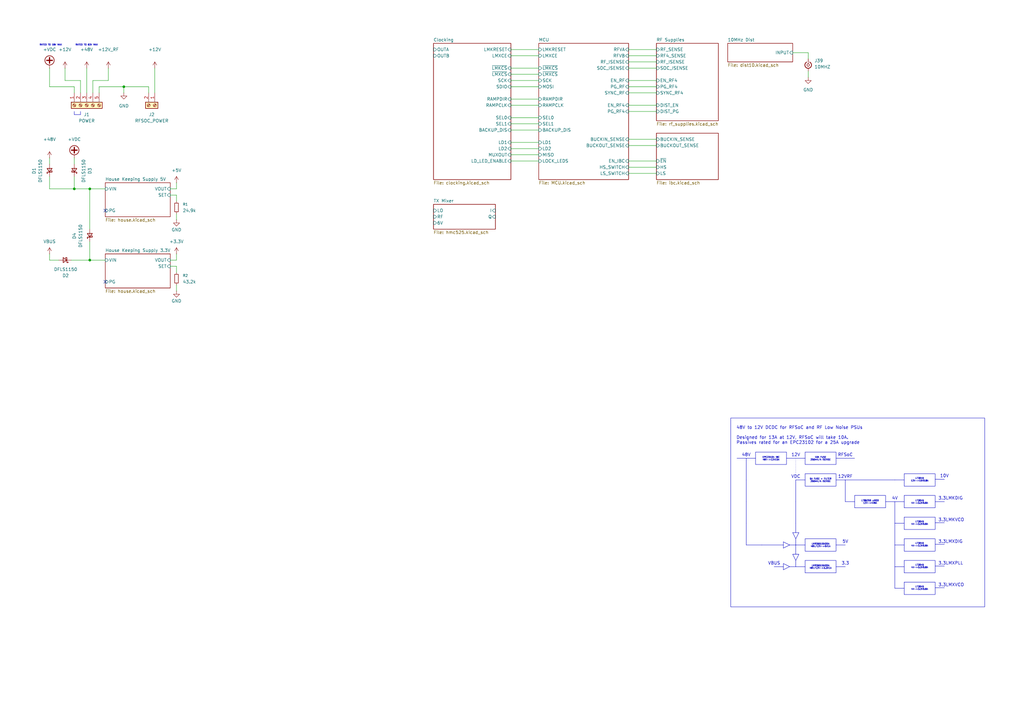
<source format=kicad_sch>
(kicad_sch (version 20250114) (generator "eeschema") (generator_version "9.0")
  (paper "A3")
  (lib_symbols
    (symbol "Connector:Conn_Coaxial_Small" (pin_numbers (hide yes)) (pin_names (offset 1.016) (hide yes))
      (property "Reference" "J" (at 0.254 3.048 0))
      (property "Value" "Conn_Coaxial_Small" (at 0 -3.81 0))
      (symbol "Conn_Coaxial_Small_0_1"
        (polyline (pts (xy -2.54 0) (xy -0.508 0)))
        (circle (center 0 0) (radius 0.508) (stroke (width 0.2032)))
      )
      (symbol "Conn_Coaxial_Small_1_1"
        (arc (start 1.3484 0.0039) (mid 0.327 -1.308) (end -1.1916 -0.6311) (stroke (width 0.3048)))
        (arc (start -1.1916 0.6311) (mid 0.327 1.3081) (end 1.3484 -0.0039) (stroke (width 0.3048)))
        (pin passive line (at -2.54 0 0) (length 1.27) (name "In") (number "1"))
        (pin passive line (at 2.54 0 180) (length 1.27) (name "Ext") (number "2"))
      )
    )
    (symbol "Connector:Screw_Terminal_01x02" (pin_names (offset 1.016) (hide yes))
      (property "Reference" "J" (at 0 2.54 0))
      (property "Value" "Screw_Terminal_01x02" (at 0 -5.08 0))
      (symbol "Screw_Terminal_01x02_1_1"
        (rectangle (start -1.27 1.27) (end 1.27 -3.81) (stroke (width 0.254)) (fill (type background)))
        (polyline (pts (xy -0.5334 0.3302) (xy 0.3302 -0.508)) (stroke (width 0.1524)))
        (polyline (pts (xy -0.5334 -2.2098) (xy 0.3302 -3.048)) (stroke (width 0.1524)))
        (polyline (pts (xy -0.3556 0.508) (xy 0.508 -0.3302)) (stroke (width 0.1524)))
        (polyline (pts (xy -0.3556 -2.032) (xy 0.508 -2.8702)) (stroke (width 0.1524)))
        (circle (center 0 0) (radius 0.635) (stroke (width 0.1524)))
        (circle (center 0 -2.54) (radius 0.635) (stroke (width 0.1524)))
        (pin passive line (at -5.08 0 0) (length 3.81) (name "Pin_1") (number "1"))
        (pin passive line (at -5.08 -2.54 0) (length 3.81) (name "Pin_2") (number "2"))
      )
    )
    (symbol "Connector:Screw_Terminal_01x05" (pin_names (offset 1.016) (hide yes))
      (property "Reference" "J" (at 0 7.62 0))
      (property "Value" "Screw_Terminal_01x05" (at 0 -7.62 0))
      (symbol "Screw_Terminal_01x05_1_1"
        (rectangle (start -1.27 6.35) (end 1.27 -6.35) (stroke (width 0.254)) (fill (type background)))
        (polyline (pts (xy -0.5334 5.4102) (xy 0.3302 4.572)) (stroke (width 0.1524)))
        (polyline (pts (xy -0.5334 2.8702) (xy 0.3302 2.032)) (stroke (width 0.1524)))
        (polyline (pts (xy -0.5334 0.3302) (xy 0.3302 -0.508)) (stroke (width 0.1524)))
        (polyline (pts (xy -0.5334 -2.2098) (xy 0.3302 -3.048)) (stroke (width 0.1524)))
        (polyline (pts (xy -0.5334 -4.7498) (xy 0.3302 -5.588)) (stroke (width 0.1524)))
        (polyline (pts (xy -0.3556 5.588) (xy 0.508 4.7498)) (stroke (width 0.1524)))
        (polyline (pts (xy -0.3556 3.048) (xy 0.508 2.2098)) (stroke (width 0.1524)))
        (polyline (pts (xy -0.3556 0.508) (xy 0.508 -0.3302)) (stroke (width 0.1524)))
        (polyline (pts (xy -0.3556 -2.032) (xy 0.508 -2.8702)) (stroke (width 0.1524)))
        (polyline (pts (xy -0.3556 -4.572) (xy 0.508 -5.4102)) (stroke (width 0.1524)))
        (circle (center 0 5.08) (radius 0.635) (stroke (width 0.1524)))
        (circle (center 0 2.54) (radius 0.635) (stroke (width 0.1524)))
        (circle (center 0 0) (radius 0.635) (stroke (width 0.1524)))
        (circle (center 0 -2.54) (radius 0.635) (stroke (width 0.1524)))
        (circle (center 0 -5.08) (radius 0.635) (stroke (width 0.1524)))
        (pin passive line (at -5.08 5.08 0) (length 3.81) (name "Pin_1") (number "1"))
        (pin passive line (at -5.08 2.54 0) (length 3.81) (name "Pin_2") (number "2"))
        (pin passive line (at -5.08 0 0) (length 3.81) (name "Pin_3") (number "3"))
        (pin passive line (at -5.08 -2.54 0) (length 3.81) (name "Pin_4") (number "4"))
        (pin passive line (at -5.08 -5.08 0) (length 3.81) (name "Pin_5") (number "5"))
      )
    )
    (symbol "Device:D_Schottky_Small" (pin_numbers (hide yes)) (pin_names (offset 0.254) (hide yes))
      (property "Reference" "D" (at -1.27 2.032 0))
      (property "Value" "D_Schottky_Small" (at -7.112 -2.032 0))
      (symbol "D_Schottky_Small_0_1"
        (polyline (pts (xy -1.27 0.762) (xy -1.27 1.016) (xy -0.762 1.016) (xy -0.762 -1.016) (xy -0.254 -1.016) (xy -0.254 -0.762)) (stroke (width 0.254)))
        (polyline (pts (xy -0.762 0) (xy 0.762 0)))
        (polyline (pts (xy 0.762 -1.016) (xy -0.762 0) (xy 0.762 1.016) (xy 0.762 -1.016)) (stroke (width 0.254)))
      )
      (symbol "D_Schottky_Small_1_1"
        (pin passive line (at -2.54 0 0) (length 1.778) (name "K") (number "1"))
        (pin passive line (at 2.54 0 180) (length 1.778) (name "A") (number "2"))
      )
    )
    (symbol "Device:R_Small" (pin_numbers (hide yes)) (pin_names (offset 0.254) (hide yes))
      (property "Reference" "R" (at 0 0 90))
      (property "Value" "R_Small" (at 1.778 0 90))
      (symbol "R_Small_0_1"
        (rectangle (start -0.762 1.778) (end 0.762 -1.778) (stroke (width 0.2032)))
      )
      (symbol "R_Small_1_1"
        (pin passive line (at 0 2.54 270) (length 0.762) (name "~") (number "1"))
        (pin passive line (at 0 -2.54 90) (length 0.762) (name "~") (number "2"))
      )
    )
    (symbol "power:+12V" (power) (pin_numbers (hide yes)) (pin_names (offset 0) (hide yes))
      (property "Value" "+12V" (at 0 3.556 0))
      (symbol "+12V_0_1"
        (polyline (pts (xy -0.762 1.27) (xy 0 2.54)))
        (polyline (pts (xy 0 2.54) (xy 0.762 1.27)))
        (polyline (pts (xy 0 0) (xy 0 2.54)))
      )
      (symbol "+12V_1_1"
        (pin power_in line (at 0 0 90) (length 0) (name "~") (number "1"))
      )
    )
    (symbol "power:+3.3V" (power) (pin_numbers (hide yes)) (pin_names (offset 0) (hide yes))
      (property "Value" "+3.3V" (at 0 3.556 0))
      (symbol "+3.3V_0_1"
        (polyline (pts (xy -0.762 1.27) (xy 0 2.54)))
        (polyline (pts (xy 0 2.54) (xy 0.762 1.27)))
        (polyline (pts (xy 0 0) (xy 0 2.54)))
      )
      (symbol "+3.3V_1_1"
        (pin power_in line (at 0 0 90) (length 0) (name "~") (number "1"))
      )
    )
    (symbol "power:+48V" (power) (pin_numbers (hide yes)) (pin_names (offset 0) (hide yes))
      (property "Value" "+48V" (at 0 3.556 0))
      (symbol "+48V_0_1"
        (polyline (pts (xy -0.762 1.27) (xy 0 2.54)))
        (polyline (pts (xy 0 2.54) (xy 0.762 1.27)))
        (polyline (pts (xy 0 0) (xy 0 2.54)))
      )
      (symbol "+48V_1_1"
        (pin power_in line (at 0 0 90) (length 0) (name "~") (number "1"))
      )
    )
    (symbol "power:+5V" (power) (pin_numbers (hide yes)) (pin_names (offset 0) (hide yes))
      (property "Value" "+5V" (at 0 3.556 0))
      (symbol "+5V_0_1"
        (polyline (pts (xy -0.762 1.27) (xy 0 2.54)))
        (polyline (pts (xy 0 2.54) (xy 0.762 1.27)))
        (polyline (pts (xy 0 0) (xy 0 2.54)))
      )
      (symbol "+5V_1_1"
        (pin power_in line (at 0 0 90) (length 0) (name "~") (number "1"))
      )
    )
    (symbol "power:+VDC" (power) (pin_numbers (hide yes)) (pin_names (offset 0) (hide yes))
      (property "Value" "+VDC" (at 0 6.35 0))
      (symbol "+VDC_0_1"
        (polyline (pts (xy -1.143 3.175) (xy 1.143 3.175)) (stroke (width 0.508)))
        (circle (center 0 3.175) (radius 1.905) (stroke (width 0.254)))
        (polyline (pts (xy 0 2.032) (xy 0 4.318)) (stroke (width 0.508)))
        (polyline (pts (xy 0 0) (xy 0 1.27)))
      )
      (symbol "+VDC_1_1"
        (pin power_in line (at 0 0 90) (length 0) (name "~") (number "1"))
      )
    )
    (symbol "power:GND" (power) (pin_numbers (hide yes)) (pin_names (offset 0) (hide yes))
      (property "Value" "GND" (at 0 -3.81 0))
      (symbol "GND_0_1"
        (polyline (pts (xy 0 0) (xy 0 -1.27) (xy 1.27 -1.27) (xy 0 -2.54) (xy -1.27 -1.27) (xy 0 -1.27)))
      )
      (symbol "GND_1_1"
        (pin power_in line (at 0 0 270) (length 0) (name "~") (number "1"))
      )
    )
    (symbol "power:VBUS" (power) (pin_numbers (hide yes)) (pin_names (offset 0) (hide yes))
      (property "Value" "VBUS" (at 0 3.556 0))
      (symbol "VBUS_0_1"
        (polyline (pts (xy -0.762 1.27) (xy 0 2.54)))
        (polyline (pts (xy 0 2.54) (xy 0.762 1.27)))
        (polyline (pts (xy 0 0) (xy 0 2.54)))
      )
      (symbol "VBUS_1_1"
        (pin power_in line (at 0 0 90) (length 0) (name "~") (number "1"))
      )
    )
  )
  (rectangle (start 330.2 220.98) (end 342.9 226.06))
  (rectangle (start 330.2 185.42) (end 342.9 190.5))
  (rectangle (start 370.84 194.31) (end 383.54 199.39))
  (rectangle (start 370.84 203.2) (end 383.54 208.28))
  (rectangle (start 370.84 238.76) (end 383.54 243.84))
  (rectangle (start 370.84 229.87) (end 383.54 234.95))
  (rectangle (start 330.2 194.31) (end 342.9 199.39))
  (rectangle (start 299.72 171.45) (end 403.86 248.92))
  (rectangle (start 350.52 203.2) (end 363.22 208.28))
  (rectangle (start 370.84 212.09) (end 383.54 217.17))
  (rectangle (start 309.88 185.42) (end 322.58 190.5))
  (rectangle (start 330.2 229.87) (end 342.9 234.95))
  (rectangle (start 370.84 220.98) (end 383.54 226.06))
  (text "VDC" (at 326.39 195.58 0) (effects (font (size 1.27 1.27))))
  (text "RATED TO 18V MAX" (at 20.828 18.542 0) (effects (font (size 0.635 0.635))))
  (text "3.3LMXPLL" (at 384.81 231.14 0) (effects (font (size 1.27 1.27)) (justify left)))
  (text "48V" (at 306.07 186.69 0) (effects (font (size 1.27 1.27))))
  (text "5A FUSE + FILTER\n250mV/A ISENSE" (at 336.55 197.104 0) (effects (font (size 0.635 0.635))))
  (text "LT8625S uMOD\n12V->4V8A" (at 356.87 205.994 0) (effects (font (size 0.635 0.635))))
  (text "LMR36510ADDA\n48V/12V->3.3V1A" (at 336.55 232.664 0) (effects (font (size 0.635 0.635))))
  (text "LT3045\n4V->3.3V0.8A" (at 377.19 232.41 0) (effects (font (size 0.635 0.635))))
  (text "RFSoC\n" (at 346.71 186.69 0) (effects (font (size 1.27 1.27))))
  (text "12V" (at 326.39 186.69 0) (effects (font (size 1.27 1.27))))
  (text "4V" (at 367.03 204.47 0) (effects (font (size 1.27 1.27))))
  (text "5V" (at 346.71 222.25 0) (effects (font (size 1.27 1.27))))
  (text "LT3045\n4V->3.3V0.8A" (at 377.19 214.63 0) (effects (font (size 0.635 0.635))))
  (text "LMR36510ADDA\n48V/12V->5V1A" (at 336.55 223.774 0) (effects (font (size 0.635 0.635))))
  (text "RATED TO 63V MAX" (at 35.56 18.542 0) (effects (font (size 0.635 0.635))))
  (text "LT3045\n4V->3.3V0.8A" (at 377.19 205.994 0) (effects (font (size 0.635 0.635))))
  (text "10V" (at 387.35 195.326 0) (effects (font (size 1.27 1.27))))
  (text "LT3045\n4V->3.3V0.8A" (at 377.19 241.3 0) (effects (font (size 0.635 0.635))))
  (text "EPC23104 IBC\n48V->12V15A" (at 316.23 188.214 0) (effects (font (size 0.635 0.635))))
  (text "3.3LMKVCO" (at 384.81 213.36 0) (effects (font (size 1.27 1.27)) (justify left)))
  (text "10A FUSE\n250mV/A ISENSE" (at 336.55 188.214 0) (effects (font (size 0.635 0.635))))
  (text "3.3LMXDIG" (at 384.81 222.25 0) (effects (font (size 1.27 1.27)) (justify left)))
  (text "3.3LMXVCO" (at 384.81 240.03 0) (effects (font (size 1.27 1.27)) (justify left)))
  (text "3.3LMKDIG" (at 384.81 204.47 0) (effects (font (size 1.27 1.27)) (justify left)))
  (text "12VRF" (at 346.71 195.58 0) (effects (font (size 1.27 1.27))))
  (text "LT3045\n12V->10V0.8A" (at 377.19 196.85 0) (effects (font (size 0.635 0.635))))
  (text "48V to 12V DCDC for RFSoC and RF Low Noise PSUs\n\nDesigned for 13A at 12V, RFSoC will take 10A.\nPassives rated for an EPC23102 for a 25A upgrade" (at 302.006 174.752 0) (effects (font (size 1.27 1.27)) (justify left top)))
  (text "3.3" (at 346.71 231.14 0) (effects (font (size 1.27 1.27))))
  (text "LT3045\n4V->3.3V0.8A" (at 377.19 223.52 0) (effects (font (size 0.635 0.635))))
  (text "VBUS" (at 317.5 231.14 0) (effects (font (size 1.27 1.27))))
  (junction (at 36.83 106.68))
  (junction (at 36.83 77.47))
  (junction (at 30.48 77.47))
  (junction (at 50.8 35.56))
  (no_connect (at 43.18 86.36))
  (no_connect (at 43.18 115.57))
  (wire (pts (xy 20.32 106.68) (xy 24.13 106.68)))
  (polyline (pts (xy 327.66 227.33) (xy 326.39 229.87)))
  (polyline (pts (xy 33.02 45.72) (xy 33.02 46.99)))
  (polyline (pts (xy 346.71 205.74) (xy 350.52 205.74)))
  (polyline (pts (xy 326.39 187.96) (xy 330.2 187.96)))
  (wire (pts (xy 38.1 33.02) (xy 44.45 33.02)))
  (wire (pts (xy 209.55 53.34) (xy 220.98 53.34)))
  (polyline (pts (xy 325.12 218.44) (xy 327.66 218.44)))
  (wire (pts (xy 36.83 77.47) (xy 36.83 93.98)))
  (wire (pts (xy 30.48 72.39) (xy 30.48 77.47)))
  (wire (pts (xy 26.67 27.94) (xy 26.67 33.02)))
  (wire (pts (xy 209.55 48.26) (xy 220.98 48.26)))
  (wire (pts (xy 60.96 35.56) (xy 60.96 38.1)))
  (wire (pts (xy 30.48 35.56) (xy 30.48 38.1)))
  (polyline (pts (xy 326.39 227.33) (xy 326.39 223.52)))
  (polyline (pts (xy 346.71 196.85) (xy 367.03 196.85)))
  (polyline (pts (xy 383.54 232.156) (xy 387.35 232.156)))
  (polyline (pts (xy 327.66 218.44) (xy 326.39 220.98)))
  (wire (pts (xy 257.81 35.56) (xy 269.24 35.56)))
  (polyline (pts (xy 367.03 205.74) (xy 370.84 205.74)))
  (wire (pts (xy 63.5 27.94) (xy 63.5 38.1)))
  (polyline (pts (xy 383.54 223.266) (xy 387.35 223.266)))
  (polyline (pts (xy 342.9 232.41) (xy 346.71 232.41)))
  (wire (pts (xy 50.8 35.56) (xy 50.8 38.1)))
  (wire (pts (xy 209.55 58.42) (xy 220.98 58.42)))
  (wire (pts (xy 20.32 35.56) (xy 30.48 35.56)))
  (polyline (pts (xy 326.39 214.63) (xy 326.39 205.74)))
  (wire (pts (xy 257.81 25.4) (xy 269.24 25.4)))
  (wire (pts (xy 209.55 33.02) (xy 220.98 33.02)))
  (wire (pts (xy 20.32 64.77) (xy 20.32 67.31)))
  (polyline (pts (xy 367.03 223.52) (xy 367.03 214.63)))
  (wire (pts (xy 257.81 66.04) (xy 269.24 66.04)))
  (polyline (pts (xy 33.02 46.99) (xy 30.48 46.99)))
  (wire (pts (xy 331.47 29.21) (xy 331.47 31.75)))
  (wire (pts (xy 209.55 35.56) (xy 220.98 35.56)))
  (wire (pts (xy 257.81 71.12) (xy 269.24 71.12)))
  (polyline (pts (xy 326.39 223.52) (xy 323.85 223.52)))
  (wire (pts (xy 257.81 33.02) (xy 269.24 33.02)))
  (polyline (pts (xy 326.39 232.41) (xy 323.85 232.41)))
  (wire (pts (xy 20.32 27.94) (xy 20.32 35.56)))
  (wire (pts (xy 30.48 64.77) (xy 30.48 67.31)))
  (polyline (pts (xy 342.9 196.85) (xy 346.71 196.85)))
  (wire (pts (xy 50.8 35.56) (xy 60.96 35.56)))
  (wire (pts (xy 36.83 99.06) (xy 36.83 106.68)))
  (polyline (pts (xy 326.39 223.52) (xy 326.39 220.98)))
  (polyline (pts (xy 306.07 196.85) (xy 306.07 187.96)))
  (polyline (pts (xy 306.07 223.52) (xy 306.07 214.63)))
  (wire (pts (xy 257.81 27.94) (xy 269.24 27.94)))
  (wire (pts (xy 20.32 77.47) (xy 20.32 72.39)))
  (wire (pts (xy 209.55 66.04) (xy 220.98 66.04)))
  (polyline (pts (xy 326.39 218.44) (xy 326.39 214.63)))
  (wire (pts (xy 209.55 40.64) (xy 220.98 40.64)))
  (wire (pts (xy 69.85 80.01) (xy 72.39 80.01)))
  (polyline (pts (xy 321.31 231.14) (xy 323.85 232.41)))
  (polyline (pts (xy 317.5 232.41) (xy 321.31 232.41)))
  (polyline (pts (xy 321.31 222.25) (xy 323.85 223.52)))
  (wire (pts (xy 35.56 27.94) (xy 35.56 38.1)))
  (polyline (pts (xy 326.39 232.41) (xy 330.2 232.41)))
  (polyline (pts (xy 367.03 223.52) (xy 370.84 223.52)))
  (polyline (pts (xy 321.31 233.68) (xy 321.31 231.14)))
  (polyline (pts (xy 367.03 232.41) (xy 370.84 232.41)))
  (polyline (pts (xy 326.39 205.74) (xy 326.39 196.85)))
  (wire (pts (xy 209.55 43.18) (xy 220.98 43.18)))
  (polyline (pts (xy 383.54 214.376) (xy 387.35 214.376)))
  (polyline (pts (xy 326.39 187.96) (xy 326.39 194.31)) (stroke (width 0) (type dot)))
  (wire (pts (xy 38.1 38.1) (xy 38.1 33.02)))
  (polyline (pts (xy 383.54 196.596) (xy 387.35 196.596)))
  (wire (pts (xy 257.81 20.32) (xy 269.24 20.32)))
  (wire (pts (xy 209.55 20.32) (xy 220.98 20.32)))
  (wire (pts (xy 209.55 60.96) (xy 220.98 60.96)))
  (wire (pts (xy 72.39 104.14) (xy 72.39 106.68)))
  (wire (pts (xy 36.83 106.68) (xy 43.18 106.68)))
  (polyline (pts (xy 321.31 224.79) (xy 321.31 222.25)))
  (wire (pts (xy 209.55 63.5) (xy 220.98 63.5)))
  (polyline (pts (xy 326.39 232.41) (xy 326.39 229.87)))
  (wire (pts (xy 69.85 106.68) (xy 72.39 106.68)))
  (polyline (pts (xy 326.39 223.52) (xy 330.2 223.52)))
  (wire (pts (xy 209.55 50.8) (xy 220.98 50.8)))
  (polyline (pts (xy 322.58 187.96) (xy 326.39 187.96)))
  (polyline (pts (xy 321.31 223.52) (xy 312.42 223.52)))
  (polyline (pts (xy 342.9 187.96) (xy 346.71 187.96)))
  (polyline (pts (xy 325.12 227.33) (xy 326.39 229.87)))
  (wire (pts (xy 69.85 77.47) (xy 72.39 77.47)))
  (wire (pts (xy 40.64 35.56) (xy 40.64 38.1)))
  (wire (pts (xy 69.85 109.22) (xy 72.39 109.22)))
  (wire (pts (xy 26.67 33.02) (xy 33.02 33.02)))
  (polyline (pts (xy 306.07 187.96) (xy 309.88 187.96)))
  (polyline (pts (xy 367.03 214.63) (xy 367.03 205.74)))
  (polyline (pts (xy 302.26 187.96) (xy 306.07 187.96)))
  (polyline (pts (xy 30.48 45.72) (xy 30.48 46.99)))
  (wire (pts (xy 209.55 22.86) (xy 220.98 22.86)))
  (polyline (pts (xy 306.07 205.74) (xy 306.07 196.85)))
  (wire (pts (xy 257.81 43.18) (xy 269.24 43.18)))
  (wire (pts (xy 331.47 21.59) (xy 325.12 21.59)))
  (wire (pts (xy 209.55 30.48) (xy 220.98 30.48)))
  (wire (pts (xy 257.81 45.72) (xy 269.24 45.72)))
  (wire (pts (xy 257.81 57.15) (xy 269.24 57.15)))
  (wire (pts (xy 40.64 35.56) (xy 50.8 35.56)))
  (polyline (pts (xy 383.54 241.046) (xy 387.35 241.046)))
  (wire (pts (xy 257.81 38.1) (xy 269.24 38.1)))
  (wire (pts (xy 257.81 22.86) (xy 269.24 22.86)))
  (polyline (pts (xy 367.03 214.63) (xy 370.84 214.63)))
  (polyline (pts (xy 346.71 205.74) (xy 346.71 196.85)))
  (wire (pts (xy 331.47 21.59) (xy 331.47 24.13)))
  (wire (pts (xy 29.21 106.68) (xy 36.83 106.68)))
  (wire (pts (xy 20.32 104.14) (xy 20.32 106.68)))
  (polyline (pts (xy 306.07 223.52) (xy 312.42 223.52)))
  (polyline (pts (xy 321.31 233.68) (xy 323.85 232.41)))
  (polyline (pts (xy 367.03 241.3) (xy 367.03 232.41)))
  (wire (pts (xy 72.39 74.93) (xy 72.39 77.47)))
  (wire (pts (xy 257.81 68.58) (xy 269.24 68.58)))
  (wire (pts (xy 72.39 80.01) (xy 72.39 82.55)))
  (polyline (pts (xy 346.71 187.96) (xy 350.52 187.96)))
  (polyline (pts (xy 325.12 218.44) (xy 326.39 220.98)))
  (wire (pts (xy 44.45 27.94) (xy 44.45 33.02)))
  (wire (pts (xy 36.83 77.47) (xy 43.18 77.47)))
  (wire (pts (xy 72.39 116.84) (xy 72.39 119.38)))
  (wire (pts (xy 209.55 27.94) (xy 220.98 27.94)))
  (wire (pts (xy 20.32 77.47) (xy 30.48 77.47)))
  (wire (pts (xy 72.39 87.63) (xy 72.39 90.17)))
  (polyline (pts (xy 326.39 196.85) (xy 330.2 196.85)))
  (polyline (pts (xy 367.03 196.85) (xy 370.84 196.85)))
  (polyline (pts (xy 367.03 241.3) (xy 370.84 241.3)))
  (polyline (pts (xy 321.31 224.79) (xy 323.85 223.52)))
  (polyline (pts (xy 383.54 205.74) (xy 387.35 205.74)))
  (polyline (pts (xy 325.12 227.33) (xy 327.66 227.33)))
  (polyline (pts (xy 363.22 205.74) (xy 367.03 205.74)))
  (wire (pts (xy 30.48 77.47) (xy 36.83 77.47)))
  (polyline (pts (xy 306.07 214.63) (xy 306.07 205.74)))
  (polyline (pts (xy 342.9 223.52) (xy 346.71 223.52)))
  (wire (pts (xy 72.39 109.22) (xy 72.39 111.76)))
  (wire (pts (xy 257.81 59.69) (xy 269.24 59.69)))
  (wire (pts (xy 33.02 33.02) (xy 33.02 38.1)))
  (polyline (pts (xy 367.03 232.41) (xy 367.03 223.52)))
  (symbol (lib_id "power:+VDC") (at 30.48 64.77 0) (unit 1)
    (property "Reference" "#PWR09" (effects (hide yes)))
    (property "Value" "+VDC" (at 30.48 57.15 0))
    (property "Description" "Power symbol creates a global label with name \"+VDC\"" (effects (hide yes)))
  )
  (symbol (lib_id "power:+48V") (at 35.56 27.94 0) (unit 1)
    (property "Reference" "#PWR03" (effects (hide yes)))
    (property "Value" "+48V" (at 35.56 20.32 0))
    (property "Description" "Power symbol creates a global label with name \"+48V\"" (effects (hide yes)))
  )
  (symbol (lib_id "Device:D_Schottky_Small") (at 30.48 69.85 270) (mirror x) (unit 1)
    (property "Reference" "D3" (at 36.83 70.104 0))
    (property "Value" "DFLS1150" (at 34.29 70.104 0))
    (property "Footprint" "Diode_SMD:D_PowerDI-123" (effects (hide yes)))
    (property "Description" "Schottky diode, small symbol" (effects (hide yes)))
    (property "DIGIKEY_PN" "DFLS1150DICT-ND" (effects (hide yes)))
  )
  (symbol (lib_id "power:+VDC") (at 20.32 27.94 0) (unit 1)
    (property "Reference" "#PWR01" (effects (hide yes)))
    (property "Value" "+VDC" (at 20.32 20.32 0))
    (property "Description" "Power symbol creates a global label with name \"+VDC\"" (effects (hide yes)))
  )
  (symbol (lib_id "power:+12V") (at 44.45 27.94 0) (unit 1)
    (property "Reference" "#PWR04" (effects (hide yes)))
    (property "Value" "+12V_RF" (at 44.45 20.32 0))
    (property "Description" "Power symbol creates a global label with name \"+12V\"" (effects (hide yes)))
  )
  (symbol (lib_id "power:GND") (at 72.39 90.17 0) (unit 1)
    (property "Reference" "#PWR011" (effects (hide yes)))
    (property "Value" "GND" (at 72.39 94.234 0))
    (property "Description" "Power symbol creates a global label with name \"GND\" , ground" (effects (hide yes)))
  )
  (symbol (lib_id "Device:R_Small") (at 72.39 85.09 0) (unit 1)
    (property "Reference" "R1" (at 74.93 83.8199 0) (effects (font (size 1.016 1.016)) (justify left)))
    (property "Value" "24.9k" (at 74.93 86.3599 0) (effects (justify left)))
    (property "Footprint" "Resistor_SMD:R_0402_1005Metric" (effects (hide yes)))
    (property "Description" "Resistor, small symbol" (effects (hide yes)))
    (property "DIGIKEY_PN" "YAG4360CT-ND" (effects (hide yes)))
  )
  (symbol (lib_id "Device:R_Small") (at 72.39 114.3 0) (unit 1)
    (property "Reference" "R2" (at 74.93 113.0299 0) (effects (font (size 1.016 1.016)) (justify left)))
    (property "Value" "43.2k" (at 74.93 115.5699 0) (effects (justify left)))
    (property "Footprint" "Resistor_SMD:R_0402_1005Metric" (effects (hide yes)))
    (property "Description" "Resistor, small symbol" (effects (hide yes)))
    (property "DIGIKEY_PN" "P43.2KDCCT-ND" (effects (hide yes)))
  )
  (symbol (lib_id "Device:D_Schottky_Small") (at 26.67 106.68 180) (unit 1)
    (property "Reference" "D2" (at 26.924 113.03 0))
    (property "Value" "DFLS1150" (at 26.924 110.49 0))
    (property "Footprint" "Diode_SMD:D_PowerDI-123" (effects (hide yes)))
    (property "Description" "Schottky diode, small symbol" (effects (hide yes)))
    (property "DIGIKEY_PN" "DFLS1150DICT-ND" (effects (hide yes)))
  )
  (symbol (lib_id "power:+3.3V") (at 72.39 104.14 0) (unit 1)
    (property "Reference" "#PWR012" (effects (hide yes)))
    (property "Value" "+3.3V" (at 72.39 99.06 0))
    (property "Description" "Power symbol creates a global label with name \"+3.3V\"" (effects (hide yes)))
  )
  (symbol (lib_id "power:+48V") (at 20.32 64.77 0) (unit 1)
    (property "Reference" "#PWR07" (effects (hide yes)))
    (property "Value" "+48V" (at 20.32 57.15 0))
    (property "Description" "Power symbol creates a global label with name \"+48V\"" (effects (hide yes)))
  )
  (symbol (lib_id "power:GND") (at 331.47 31.75 0) (mirror y) (unit 1)
    (property "Reference" "#PWR0263" (effects (hide yes)))
    (property "Value" "GND" (at 331.47 36.83 0))
    (property "Description" "Power symbol creates a global label with name \"GND\" , ground" (effects (hide yes)))
  )
  (symbol (lib_id "Device:D_Schottky_Small") (at 20.32 69.85 90) (unit 1)
    (property "Reference" "D1" (at 13.97 70.104 0))
    (property "Value" "DFLS1150" (at 16.51 70.104 0))
    (property "Footprint" "Diode_SMD:D_PowerDI-123" (effects (hide yes)))
    (property "Description" "Schottky diode, small symbol" (effects (hide yes)))
    (property "DIGIKEY_PN" "DFLS1150DICT-ND" (effects (hide yes)))
  )
  (symbol (lib_id "power:GND") (at 72.39 119.38 0) (unit 1)
    (property "Reference" "#PWR013" (effects (hide yes)))
    (property "Value" "GND" (at 72.39 123.444 0))
    (property "Description" "Power symbol creates a global label with name \"GND\" , ground" (effects (hide yes)))
  )
  (symbol (lib_id "Connector:Screw_Terminal_01x02") (at 63.5 43.18 270) (unit 1)
    (property "Reference" "J2" (at 62.23 46.99 90))
    (property "Value" "RFSOC_POWER" (at 62.23 49.53 90))
    (property "Footprint" "TerminalBlock_WAGO:TerminalBlock_WAGO_2601-1102_1x02_P3.50mm_Horizontal" (effects (hide yes)))
    (property "Description" "Generic screw terminal, single row, 01x02, script generated (kicad-library-utils/schlib/autogen/connector/)" (effects (hide yes)))
    (property "DIGIKEY_PN" "2946-2601-1102-ND" (effects (hide yes)))
  )
  (symbol (lib_id "power:VBUS") (at 20.32 104.14 0) (unit 1)
    (property "Reference" "#PWR08" (effects (hide yes)))
    (property "Value" "VBUS" (at 20.32 99.06 0))
    (property "Description" "Power symbol creates a global label with name \"VBUS\"" (effects (hide yes)))
  )
  (symbol (lib_id "Connector:Screw_Terminal_01x05") (at 35.56 43.18 90) (mirror x) (unit 1)
    (property "Reference" "J1" (at 35.56 46.99 90))
    (property "Value" "POWER" (at 35.56 49.53 90))
    (property "Footprint" "TerminalBlock_WAGO:TerminalBlock_WAGO_2601-1105_1x05_P3.50mm_Horizontal" (effects (hide yes)))
    (property "Description" "Generic screw terminal, single row, 01x05, script generated (kicad-library-utils/schlib/autogen/connector/)" (effects (hide yes)))
    (property "DIGIKEY_PN" "2946-2601-1105-ND" (effects (hide yes)))
  )
  (symbol (lib_id "power:+12V") (at 26.67 27.94 0) (unit 1)
    (property "Reference" "#PWR02" (effects (hide yes)))
    (property "Value" "+12V" (at 26.67 20.32 0))
    (property "Description" "Power symbol creates a global label with name \"+12V\"" (effects (hide yes)))
  )
  (symbol (lib_id "power:GND") (at 50.8 38.1 0) (unit 1)
    (property "Reference" "#PWR05" (effects (hide yes)))
    (property "Value" "GND" (at 50.8 43.434 0))
    (property "Description" "Power symbol creates a global label with name \"GND\" , ground" (effects (hide yes)))
  )
  (symbol (lib_id "Device:D_Schottky_Small") (at 36.83 96.52 90) (unit 1)
    (property "Reference" "D4" (at 30.48 96.774 0))
    (property "Value" "DFLS1150" (at 33.02 96.774 0))
    (property "Footprint" "Diode_SMD:D_PowerDI-123" (effects (hide yes)))
    (property "Description" "Schottky diode, small symbol" (effects (hide yes)))
    (property "DIGIKEY_PN" "DFLS1150DICT-ND" (effects (hide yes)))
  )
  (symbol (lib_id "power:+5V") (at 72.39 74.93 0) (unit 1)
    (property "Reference" "#PWR010" (effects (hide yes)))
    (property "Value" "+5V" (at 72.39 69.85 0))
    (property "Description" "Power symbol creates a global label with name \"+5V\"" (effects (hide yes)))
  )
  (symbol (lib_id "Connector:Conn_Coaxial_Small") (at 331.47 26.67 90) (mirror x) (unit 1)
    (property "Reference" "J39" (at 334.01 24.8803 90) (effects (justify right)))
    (property "Value" "10MHZ" (at 334.01 27.4203 90) (effects (justify right)))
    (property "Description" "small coaxial connector (BNC, SMA, SMB, SMC, Cinch/RCA, LEMO, ...)" (effects (hide yes)))
  )
  (symbol (lib_id "power:+12V") (at 63.5 27.94 0) (unit 1)
    (property "Reference" "#PWR06" (effects (hide yes)))
    (property "Value" "+12V" (at 63.5 20.32 0))
    (property "Description" "Power symbol creates a global label with name \"+12V\"" (effects (hide yes)))
  )
  (sheet (at 269.24 17.78) (size 25.4 31.75) (stroke (width 0.1524))
    (property "Sheetname" "RF Supplies" (at 269.24 17.0684 0) (effects (justify left bottom)))
    (property "Sheetfile" "rf_supplies.kicad_sch" (at 269.24 50.1146 0) (effects (justify left top)))
    (pin "DIST_EN" input (at 269.24 43.18 180))
    (pin "DIST_PG" input (at 269.24 45.72 180))
    (pin "EN_RF4" input (at 269.24 33.02 180))
    (pin "PG_RF4" input (at 269.24 35.56 180))
    (pin "RF4_SENSE" input (at 269.24 22.86 180))
    (pin "RF_ISENSE" input (at 269.24 25.4 180))
    (pin "RF_SENSE" input (at 269.24 20.32 180))
    (pin "SOC_ISENSE" input (at 269.24 27.94 180))
    (pin "SYNC_RF4" input (at 269.24 38.1 180))
  )
  (sheet (at 269.24 54.61) (size 25.4 19.05) (stroke (width 0.1524))
    (property "Sheetname" "IBC" (effects (hide yes)))
    (property "Sheetfile" "ibc.kicad_sch" (at 269.24 74.2446 0) (effects (justify left top)))
    (pin "HS" input (at 269.24 68.58 180))
    (pin "LS" input (at 269.24 71.12 180))
    (pin "~{EN}" input (at 269.24 66.04 180))
    (pin "BUCKIN_SENSE" input (at 269.24 57.15 180))
    (pin "BUCKOUT_SENSE" input (at 269.24 59.69 180))
  )
  (sheet (at 220.98 17.78) (size 36.83 55.88) (stroke (width 0.1524))
    (property "Sheetname" "MCU" (at 220.98 17.0684 0) (effects (justify left bottom)))
    (property "Sheetfile" "MCU.kicad_sch" (at 220.98 74.2446 0) (effects (justify left top)))
    (pin "BUCKIN_SENSE" input (at 257.81 57.15 0))
    (pin "BUCKOUT_SENSE" input (at 257.81 59.69 0))
    (pin "HS_SWITCH" input (at 257.81 68.58 0))
    (pin "LS_SWITCH" input (at 257.81 71.12 0))
    (pin "RFVA" input (at 257.81 20.32 0))
    (pin "RFVB" input (at 257.81 22.86 0))
    (pin "RF_ISENSE" input (at 257.81 25.4 0))
    (pin "SOC_ISENSE" input (at 257.81 27.94 0))
    (pin "EN_RF" input (at 257.81 33.02 0))
    (pin "PG_RF" input (at 257.81 35.56 0))
    (pin "SYNC_RF" input (at 257.81 38.1 0))
    (pin "EN_IBC" input (at 257.81 66.04 0))
    (pin "EN_RF4" input (at 257.81 43.18 0))
    (pin "PG_RF4" input (at 257.81 45.72 0))
    (pin "MISO" input (at 220.98 63.5 180))
    (pin "MOSI" input (at 220.98 35.56 180))
    (pin "SCK" input (at 220.98 33.02 180))
    (pin "~{LMKCS}" input (at 220.98 27.94 180))
    (pin "~{LMXCS}" input (at 220.98 30.48 180))
    (pin "LD1" input (at 220.98 58.42 180))
    (pin "LD2" input (at 220.98 60.96 180))
    (pin "LOCK_LEDS" input (at 220.98 66.04 180))
    (pin "LMXCE" input (at 220.98 22.86 180))
    (pin "LMKRESET" input (at 220.98 20.32 180))
    (pin "BACKUP_DIS" input (at 220.98 53.34 180))
    (pin "RAMPCLK" input (at 220.98 43.18 180))
    (pin "RAMPDIR" input (at 220.98 40.64 180))
    (pin "SEL0" input (at 220.98 48.26 180))
    (pin "SEL1" input (at 220.98 50.8 180))
  )
  (sheet (at 298.45 17.78) (size 26.67 7.62) (stroke (width 0.1524))
    (property "Sheetname" "10MHz Dist" (at 298.45 17.0684 0) (effects (justify left bottom)))
    (property "Sheetfile" "dist10.kicad_sch" (at 298.45 25.9846 0) (effects (justify left top)))
    (pin "INPUT" input (at 325.12 21.59 0))
  )
  (sheet (at 43.18 104.14) (size 26.67 13.97) (stroke (width 0.1524))
    (property "Sheetname" "House Keeping Supply 3.3V" (at 43.18 103.4284 0) (effects (justify left bottom)))
    (property "Sheetfile" "house.kicad_sch" (at 43.18 118.6946 0) (effects (justify left top)))
    (pin "PG" input (at 43.18 115.57 180))
    (pin "SET" input (at 69.85 109.22 0))
    (pin "VIN" input (at 43.18 106.68 180))
    (pin "VOUT" input (at 69.85 106.68 0))
  )
  (sheet (at 43.18 74.93) (size 26.67 13.97) (stroke (width 0.1524))
    (property "Sheetname" "House Keeping Supply 5V" (at 43.18 74.2184 0) (effects (justify left bottom)))
    (property "Sheetfile" "house.kicad_sch" (at 43.18 89.4846 0) (effects (justify left top)))
    (pin "PG" input (at 43.18 86.36 180))
    (pin "SET" input (at 69.85 80.01 0))
    (pin "VIN" input (at 43.18 77.47 180))
    (pin "VOUT" input (at 69.85 77.47 0))
  )
  (sheet (at 177.8 17.78) (size 31.75 55.88) (stroke (width 0.1524))
    (property "Sheetname" "Clocking" (at 177.8 17.0684 0) (effects (justify left bottom)))
    (property "Sheetfile" "clocking.kicad_sch" (at 177.8 74.2446 0) (effects (justify left top)))
    (pin "BACKUP_DIS" input (at 209.55 53.34 0))
    (pin "LD1" input (at 209.55 58.42 0))
    (pin "LD2" input (at 209.55 60.96 0))
    (pin "LD_LED_ENABLE" input (at 209.55 66.04 0))
    (pin "LMKRESET" input (at 209.55 20.32 0))
    (pin "LMXCE" input (at 209.55 22.86 0))
    (pin "MUXOUT" input (at 209.55 63.5 0))
    (pin "OUTA" input (at 177.8 20.32 180))
    (pin "OUTB" input (at 177.8 22.86 180))
    (pin "RAMPCLK" input (at 209.55 43.18 0))
    (pin "RAMPDIR" input (at 209.55 40.64 0))
    (pin "SCK" input (at 209.55 33.02 0))
    (pin "SDIO" input (at 209.55 35.56 0))
    (pin "SEL0" input (at 209.55 48.26 0))
    (pin "SEL1" input (at 209.55 50.8 0))
    (pin "~{LMKCS}" input (at 209.55 27.94 0))
    (pin "~{LMXCS}" input (at 209.55 30.48 0))
  )
  (sheet (at 177.8 83.82) (size 25.4 10.16) (stroke (width 0.1524))
    (property "Sheetname" "TX Mixer" (at 177.8 83.1084 0) (effects (justify left bottom)))
    (property "Sheetfile" "hmc525.kicad_sch" (at 177.8 94.5646 0) (effects (justify left top)))
    (pin "I" input (at 203.2 86.36 0))
    (pin "LO" input (at 177.8 86.36 180))
    (pin "Q" input (at 203.2 88.9 0))
    (pin "RF" input (at 177.8 88.9 180))
    (pin "6V" input (at 177.8 91.44 180))
  )
)
</source>
